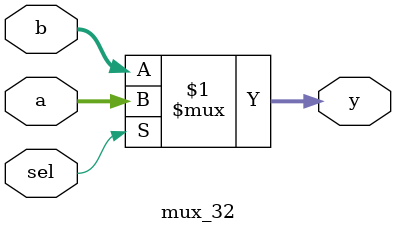
<source format=v>
`timescale 1ns / 1ps


module mux_32(
    input [31:0] a,
    input [31:0] b,
    input sel,
    output [31:0] y
);
    assign y = sel ? a : b;
endmodule
</source>
